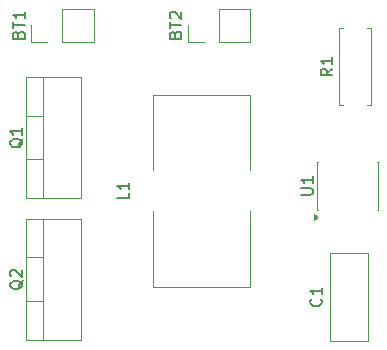
<source format=gbr>
%TF.GenerationSoftware,KiCad,Pcbnew,9.0.6*%
%TF.CreationDate,2025-12-23T20:16:15+05:30*%
%TF.ProjectId,Class D,436c6173-7320-4442-9e6b-696361645f70,rev?*%
%TF.SameCoordinates,Original*%
%TF.FileFunction,Legend,Top*%
%TF.FilePolarity,Positive*%
%FSLAX46Y46*%
G04 Gerber Fmt 4.6, Leading zero omitted, Abs format (unit mm)*
G04 Created by KiCad (PCBNEW 9.0.6) date 2025-12-23 20:16:15*
%MOMM*%
%LPD*%
G01*
G04 APERTURE LIST*
%ADD10C,0.150000*%
%ADD11C,0.120000*%
G04 APERTURE END LIST*
D10*
X46011009Y-47785714D02*
X46058628Y-47642857D01*
X46058628Y-47642857D02*
X46106247Y-47595238D01*
X46106247Y-47595238D02*
X46201485Y-47547619D01*
X46201485Y-47547619D02*
X46344342Y-47547619D01*
X46344342Y-47547619D02*
X46439580Y-47595238D01*
X46439580Y-47595238D02*
X46487200Y-47642857D01*
X46487200Y-47642857D02*
X46534819Y-47738095D01*
X46534819Y-47738095D02*
X46534819Y-48119047D01*
X46534819Y-48119047D02*
X45534819Y-48119047D01*
X45534819Y-48119047D02*
X45534819Y-47785714D01*
X45534819Y-47785714D02*
X45582438Y-47690476D01*
X45582438Y-47690476D02*
X45630057Y-47642857D01*
X45630057Y-47642857D02*
X45725295Y-47595238D01*
X45725295Y-47595238D02*
X45820533Y-47595238D01*
X45820533Y-47595238D02*
X45915771Y-47642857D01*
X45915771Y-47642857D02*
X45963390Y-47690476D01*
X45963390Y-47690476D02*
X46011009Y-47785714D01*
X46011009Y-47785714D02*
X46011009Y-48119047D01*
X45534819Y-47261904D02*
X45534819Y-46690476D01*
X46534819Y-46976190D02*
X45534819Y-46976190D01*
X46534819Y-45833333D02*
X46534819Y-46404761D01*
X46534819Y-46119047D02*
X45534819Y-46119047D01*
X45534819Y-46119047D02*
X45677676Y-46214285D01*
X45677676Y-46214285D02*
X45772914Y-46309523D01*
X45772914Y-46309523D02*
X45820533Y-46404761D01*
X59276009Y-47785714D02*
X59323628Y-47642857D01*
X59323628Y-47642857D02*
X59371247Y-47595238D01*
X59371247Y-47595238D02*
X59466485Y-47547619D01*
X59466485Y-47547619D02*
X59609342Y-47547619D01*
X59609342Y-47547619D02*
X59704580Y-47595238D01*
X59704580Y-47595238D02*
X59752200Y-47642857D01*
X59752200Y-47642857D02*
X59799819Y-47738095D01*
X59799819Y-47738095D02*
X59799819Y-48119047D01*
X59799819Y-48119047D02*
X58799819Y-48119047D01*
X58799819Y-48119047D02*
X58799819Y-47785714D01*
X58799819Y-47785714D02*
X58847438Y-47690476D01*
X58847438Y-47690476D02*
X58895057Y-47642857D01*
X58895057Y-47642857D02*
X58990295Y-47595238D01*
X58990295Y-47595238D02*
X59085533Y-47595238D01*
X59085533Y-47595238D02*
X59180771Y-47642857D01*
X59180771Y-47642857D02*
X59228390Y-47690476D01*
X59228390Y-47690476D02*
X59276009Y-47785714D01*
X59276009Y-47785714D02*
X59276009Y-48119047D01*
X58799819Y-47261904D02*
X58799819Y-46690476D01*
X59799819Y-46976190D02*
X58799819Y-46976190D01*
X58895057Y-46404761D02*
X58847438Y-46357142D01*
X58847438Y-46357142D02*
X58799819Y-46261904D01*
X58799819Y-46261904D02*
X58799819Y-46023809D01*
X58799819Y-46023809D02*
X58847438Y-45928571D01*
X58847438Y-45928571D02*
X58895057Y-45880952D01*
X58895057Y-45880952D02*
X58990295Y-45833333D01*
X58990295Y-45833333D02*
X59085533Y-45833333D01*
X59085533Y-45833333D02*
X59228390Y-45880952D01*
X59228390Y-45880952D02*
X59799819Y-46452380D01*
X59799819Y-46452380D02*
X59799819Y-45833333D01*
X46400057Y-68595238D02*
X46352438Y-68690476D01*
X46352438Y-68690476D02*
X46257200Y-68785714D01*
X46257200Y-68785714D02*
X46114342Y-68928571D01*
X46114342Y-68928571D02*
X46066723Y-69023809D01*
X46066723Y-69023809D02*
X46066723Y-69119047D01*
X46304819Y-69071428D02*
X46257200Y-69166666D01*
X46257200Y-69166666D02*
X46161961Y-69261904D01*
X46161961Y-69261904D02*
X45971485Y-69309523D01*
X45971485Y-69309523D02*
X45638152Y-69309523D01*
X45638152Y-69309523D02*
X45447676Y-69261904D01*
X45447676Y-69261904D02*
X45352438Y-69166666D01*
X45352438Y-69166666D02*
X45304819Y-69071428D01*
X45304819Y-69071428D02*
X45304819Y-68880952D01*
X45304819Y-68880952D02*
X45352438Y-68785714D01*
X45352438Y-68785714D02*
X45447676Y-68690476D01*
X45447676Y-68690476D02*
X45638152Y-68642857D01*
X45638152Y-68642857D02*
X45971485Y-68642857D01*
X45971485Y-68642857D02*
X46161961Y-68690476D01*
X46161961Y-68690476D02*
X46257200Y-68785714D01*
X46257200Y-68785714D02*
X46304819Y-68880952D01*
X46304819Y-68880952D02*
X46304819Y-69071428D01*
X45400057Y-68261904D02*
X45352438Y-68214285D01*
X45352438Y-68214285D02*
X45304819Y-68119047D01*
X45304819Y-68119047D02*
X45304819Y-67880952D01*
X45304819Y-67880952D02*
X45352438Y-67785714D01*
X45352438Y-67785714D02*
X45400057Y-67738095D01*
X45400057Y-67738095D02*
X45495295Y-67690476D01*
X45495295Y-67690476D02*
X45590533Y-67690476D01*
X45590533Y-67690476D02*
X45733390Y-67738095D01*
X45733390Y-67738095D02*
X46304819Y-68309523D01*
X46304819Y-68309523D02*
X46304819Y-67690476D01*
X71609580Y-70166666D02*
X71657200Y-70214285D01*
X71657200Y-70214285D02*
X71704819Y-70357142D01*
X71704819Y-70357142D02*
X71704819Y-70452380D01*
X71704819Y-70452380D02*
X71657200Y-70595237D01*
X71657200Y-70595237D02*
X71561961Y-70690475D01*
X71561961Y-70690475D02*
X71466723Y-70738094D01*
X71466723Y-70738094D02*
X71276247Y-70785713D01*
X71276247Y-70785713D02*
X71133390Y-70785713D01*
X71133390Y-70785713D02*
X70942914Y-70738094D01*
X70942914Y-70738094D02*
X70847676Y-70690475D01*
X70847676Y-70690475D02*
X70752438Y-70595237D01*
X70752438Y-70595237D02*
X70704819Y-70452380D01*
X70704819Y-70452380D02*
X70704819Y-70357142D01*
X70704819Y-70357142D02*
X70752438Y-70214285D01*
X70752438Y-70214285D02*
X70800057Y-70166666D01*
X71704819Y-69214285D02*
X71704819Y-69785713D01*
X71704819Y-69499999D02*
X70704819Y-69499999D01*
X70704819Y-69499999D02*
X70847676Y-69595237D01*
X70847676Y-69595237D02*
X70942914Y-69690475D01*
X70942914Y-69690475D02*
X70990533Y-69785713D01*
X72584819Y-50666666D02*
X72108628Y-50999999D01*
X72584819Y-51238094D02*
X71584819Y-51238094D01*
X71584819Y-51238094D02*
X71584819Y-50857142D01*
X71584819Y-50857142D02*
X71632438Y-50761904D01*
X71632438Y-50761904D02*
X71680057Y-50714285D01*
X71680057Y-50714285D02*
X71775295Y-50666666D01*
X71775295Y-50666666D02*
X71918152Y-50666666D01*
X71918152Y-50666666D02*
X72013390Y-50714285D01*
X72013390Y-50714285D02*
X72061009Y-50761904D01*
X72061009Y-50761904D02*
X72108628Y-50857142D01*
X72108628Y-50857142D02*
X72108628Y-51238094D01*
X72584819Y-49714285D02*
X72584819Y-50285713D01*
X72584819Y-49999999D02*
X71584819Y-49999999D01*
X71584819Y-49999999D02*
X71727676Y-50095237D01*
X71727676Y-50095237D02*
X71822914Y-50190475D01*
X71822914Y-50190475D02*
X71870533Y-50285713D01*
X55394819Y-61166666D02*
X55394819Y-61642856D01*
X55394819Y-61642856D02*
X54394819Y-61642856D01*
X55394819Y-60309523D02*
X55394819Y-60880951D01*
X55394819Y-60595237D02*
X54394819Y-60595237D01*
X54394819Y-60595237D02*
X54537676Y-60690475D01*
X54537676Y-60690475D02*
X54632914Y-60785713D01*
X54632914Y-60785713D02*
X54680533Y-60880951D01*
X46400057Y-56595238D02*
X46352438Y-56690476D01*
X46352438Y-56690476D02*
X46257200Y-56785714D01*
X46257200Y-56785714D02*
X46114342Y-56928571D01*
X46114342Y-56928571D02*
X46066723Y-57023809D01*
X46066723Y-57023809D02*
X46066723Y-57119047D01*
X46304819Y-57071428D02*
X46257200Y-57166666D01*
X46257200Y-57166666D02*
X46161961Y-57261904D01*
X46161961Y-57261904D02*
X45971485Y-57309523D01*
X45971485Y-57309523D02*
X45638152Y-57309523D01*
X45638152Y-57309523D02*
X45447676Y-57261904D01*
X45447676Y-57261904D02*
X45352438Y-57166666D01*
X45352438Y-57166666D02*
X45304819Y-57071428D01*
X45304819Y-57071428D02*
X45304819Y-56880952D01*
X45304819Y-56880952D02*
X45352438Y-56785714D01*
X45352438Y-56785714D02*
X45447676Y-56690476D01*
X45447676Y-56690476D02*
X45638152Y-56642857D01*
X45638152Y-56642857D02*
X45971485Y-56642857D01*
X45971485Y-56642857D02*
X46161961Y-56690476D01*
X46161961Y-56690476D02*
X46257200Y-56785714D01*
X46257200Y-56785714D02*
X46304819Y-56880952D01*
X46304819Y-56880952D02*
X46304819Y-57071428D01*
X46304819Y-55690476D02*
X46304819Y-56261904D01*
X46304819Y-55976190D02*
X45304819Y-55976190D01*
X45304819Y-55976190D02*
X45447676Y-56071428D01*
X45447676Y-56071428D02*
X45542914Y-56166666D01*
X45542914Y-56166666D02*
X45590533Y-56261904D01*
X69919819Y-61361904D02*
X70729342Y-61361904D01*
X70729342Y-61361904D02*
X70824580Y-61314285D01*
X70824580Y-61314285D02*
X70872200Y-61266666D01*
X70872200Y-61266666D02*
X70919819Y-61171428D01*
X70919819Y-61171428D02*
X70919819Y-60980952D01*
X70919819Y-60980952D02*
X70872200Y-60885714D01*
X70872200Y-60885714D02*
X70824580Y-60838095D01*
X70824580Y-60838095D02*
X70729342Y-60790476D01*
X70729342Y-60790476D02*
X69919819Y-60790476D01*
X70919819Y-59790476D02*
X70919819Y-60361904D01*
X70919819Y-60076190D02*
X69919819Y-60076190D01*
X69919819Y-60076190D02*
X70062676Y-60171428D01*
X70062676Y-60171428D02*
X70157914Y-60266666D01*
X70157914Y-60266666D02*
X70205533Y-60361904D01*
D11*
%TO.C,BT1*%
X49730000Y-45620000D02*
X52380000Y-45620000D01*
X52380000Y-48380000D02*
X52380000Y-45620000D01*
X49730000Y-48380000D02*
X49730000Y-45620000D01*
X49730000Y-48380000D02*
X52380000Y-48380000D01*
X48460000Y-48380000D02*
X47080000Y-48380000D01*
X47080000Y-48380000D02*
X47080000Y-47000000D01*
%TO.C,BT2*%
X62995000Y-45620000D02*
X65645000Y-45620000D01*
X65645000Y-48380000D02*
X65645000Y-45620000D01*
X62995000Y-48380000D02*
X62995000Y-45620000D01*
X62995000Y-48380000D02*
X65645000Y-48380000D01*
X61725000Y-48380000D02*
X60345000Y-48380000D01*
X60345000Y-48380000D02*
X60345000Y-47000000D01*
%TO.C,Q2*%
X46690000Y-73610000D02*
X46690000Y-63390000D01*
X48070000Y-73610000D02*
X48070000Y-63390000D01*
X51310000Y-73610000D02*
X46690000Y-73610000D01*
X46690000Y-70350000D02*
X48070000Y-70350000D01*
X46690000Y-66650000D02*
X48070000Y-66650000D01*
X46690000Y-63390000D02*
X51310000Y-63390000D01*
X51310000Y-63390000D02*
X51310000Y-73610000D01*
%TO.C,C1*%
X72380000Y-73720000D02*
X72380000Y-66280000D01*
X75620000Y-73720000D02*
X72380000Y-73720000D01*
X72380000Y-66280000D02*
X75620000Y-66280000D01*
X75620000Y-66280000D02*
X75620000Y-73720000D01*
%TO.C,R1*%
X73130000Y-53770000D02*
X73130000Y-47230000D01*
X73460000Y-53770000D02*
X73130000Y-53770000D01*
X75540000Y-53770000D02*
X75870000Y-53770000D01*
X75870000Y-53770000D02*
X75870000Y-47230000D01*
X73130000Y-47230000D02*
X73460000Y-47230000D01*
X75870000Y-47230000D02*
X75540000Y-47230000D01*
%TO.C,L1*%
X57380000Y-69120000D02*
X57380000Y-62712000D01*
X65620000Y-69120000D02*
X57380000Y-69120000D01*
X65620000Y-62712000D02*
X65620000Y-69120000D01*
X57380000Y-59288000D02*
X57380000Y-52880000D01*
X57380000Y-52880000D02*
X65620000Y-52880000D01*
X65620000Y-52880000D02*
X65620000Y-59288000D01*
%TO.C,Q1*%
X46690000Y-61610000D02*
X46690000Y-51390000D01*
X48070000Y-61610000D02*
X48070000Y-51390000D01*
X51310000Y-61610000D02*
X46690000Y-61610000D01*
X46690000Y-58350000D02*
X48070000Y-58350000D01*
X46690000Y-54650000D02*
X48070000Y-54650000D01*
X46690000Y-51390000D02*
X51310000Y-51390000D01*
X51310000Y-51390000D02*
X51310000Y-61610000D01*
%TO.C,U1*%
X71305000Y-62660000D02*
X71305000Y-58540000D01*
X71400000Y-62660000D02*
X71305000Y-62660000D01*
X76425000Y-62660000D02*
X76330000Y-62660000D01*
X71305000Y-58540000D02*
X71400000Y-58540000D01*
X76330000Y-58540000D02*
X76425000Y-58540000D01*
X76425000Y-58540000D02*
X76425000Y-62660000D01*
X71395000Y-63200000D02*
X71065000Y-63440000D01*
X71065000Y-62960000D01*
X71395000Y-63200000D01*
G36*
X71395000Y-63200000D02*
G01*
X71065000Y-63440000D01*
X71065000Y-62960000D01*
X71395000Y-63200000D01*
G37*
%TD*%
M02*

</source>
